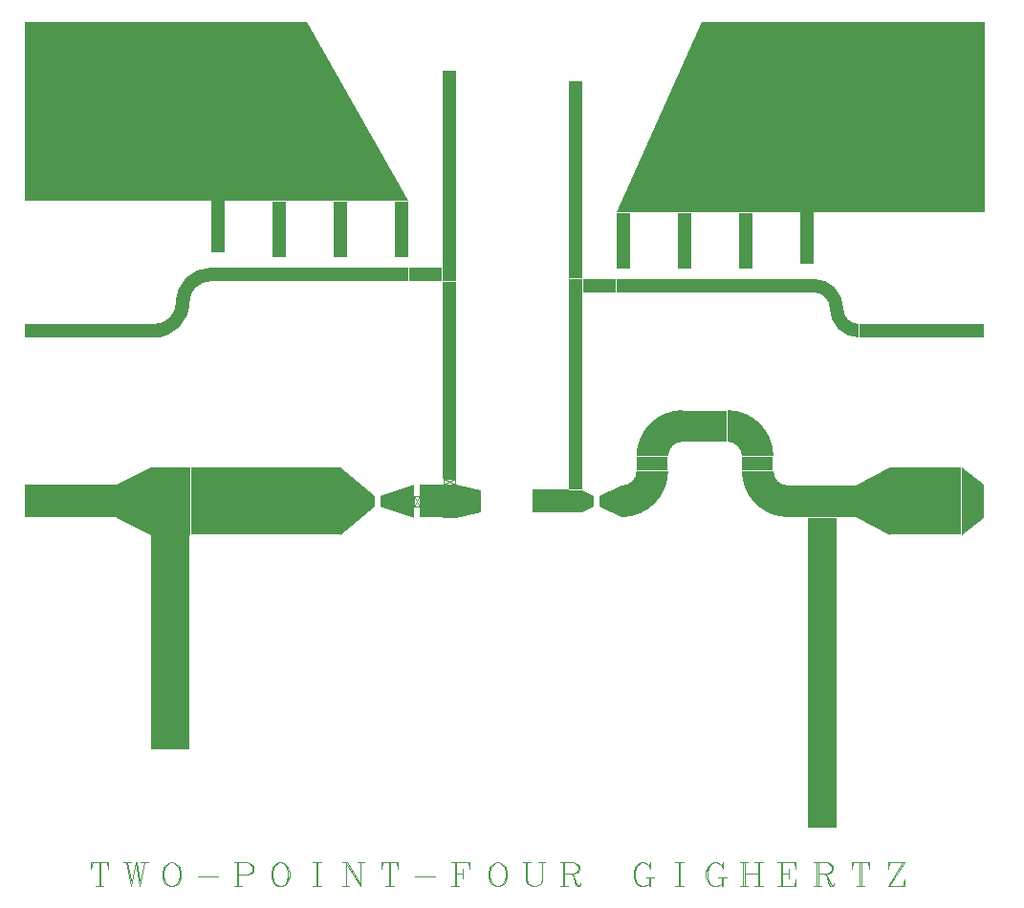
<source format=gbr>
G04 ===== Begin FILE IDENTIFICATION =====*
G04 File Format:  Gerber RS274X*
G04 ===== End FILE IDENTIFICATION =====*
%FSLAX24Y24*%
%MOIN*%
%SFA1.0000B1.0000*%
%OFA0.0B0.0*%
%ADD14R,0.078740X0.118110*%
%ADD15C,0.000984*%
%ADD16R,0.047244X0.196850*%
%ADD17R,0.166665X0.047244*%
%ADD18R,0.118110X0.047244*%
%ADD19R,0.047244X0.688976*%
%ADD20R,0.452756X0.047244*%
%ADD21R,0.524724X0.236220*%
%ADD22R,0.137795X0.746969*%
%ADD23R,0.320866X0.118110*%
%ADD24R,0.437008X0.047244*%
%ADD25R,0.250000X0.236220*%
%ADD26R,0.100787X1.084157*%
%ADD27R,0.127953X0.078740*%
%ADD28R,0.110315X0.051181*%
%ADD29R,0.155512X0.110315*%
%LNcond*%
%IPPOS*%
%LPD*%
G75*
D14*
X14173Y16732D03*
G36*
G01X14567Y16142D02*
G01Y17323D01*
G01X15039D01*
G01Y16142D01*
G01X14567D01*
G37*
D15*
G01X15000Y17520D02*
G01X14606Y17323D01*
G01Y17520D02*
G01X15000Y17323D01*
G01X14606Y17520D02*
G01Y17323D01*
G01X15000D01*
G01Y17520D01*
G01X14606D01*
D16*
X6732Y26378D03*
G36*
G01X6969Y24409D02*
G01Y24882D01*
G01X6496D01*
G01Y24409D01*
G01X6969D01*
G37*
D17*
X7802Y24646D03*
G36*
G01X9108Y24409D02*
G01Y24882D01*
G01X8635D01*
G01Y24409D01*
G01X9108D01*
G37*
D17*
X9941Y24646D03*
G36*
G01X11247Y24409D02*
G01Y24882D01*
G01X10774D01*
G01Y24409D01*
G01X11247D01*
G37*
D17*
X12080Y24646D03*
G36*
G01X13386Y24409D02*
G01Y24882D01*
G01X12913D01*
G01Y24409D01*
G01X13386D01*
G37*
D18*
X13976Y24646D03*
G36*
G01X15039Y24882D02*
G01X14567D01*
G01Y24409D01*
G01X15039D01*
G01Y24882D01*
G37*
D19*
X14803Y28327D03*
Y20965D03*
D16*
X13150Y26220D03*
D20*
X2264Y22677D03*
D16*
X11011Y26220D03*
X8871D03*
G36*
G01X6496Y24409D02*
G01Y24882D01*
G03X5276Y23661I0J-1220D01*
G01X5748D01*
G02X6496Y24409I748J0D01*
G01X6496Y24409D01*
G37*
G36*
G01X4528Y22913D02*
G01Y22441D01*
G03X5748Y23661I0J1220D01*
G01X5276D01*
G02X4528Y22913I-748J0D01*
G01X4528Y22913D01*
G37*
G36*
G01X15039Y17323D02*
G01Y16142D01*
G01X15925Y16339D01*
G01Y17126D01*
G01X15039Y17323D01*
G37*
G36*
G01X13583Y16142D02*
G01Y17323D01*
G01X12402Y16929D01*
G01Y16535D01*
G01X13583Y16142D01*
G37*
D21*
X8400Y16732D03*
G36*
G01X4398Y17913D02*
G01Y15551D01*
G01X5776D01*
G01Y17913D01*
G01X4398D01*
G37*
D22*
X5087Y11816D03*
D15*
G01X13583Y16929D02*
G01X13780Y16535D01*
G01X13583D02*
G01X13780Y16929D01*
G01X13583Y16535D02*
G01X13780D01*
G01Y16929D01*
G01X13583D01*
G01Y16535D01*
D23*
X1613Y16732D03*
G36*
G01X30163Y15551D02*
G01Y17913D01*
G01X28981Y17284D01*
G01Y16181D01*
G01X30163Y15551D01*
G37*
G36*
G01X11024Y17913D02*
G01Y15551D01*
G01X12205Y16535D01*
G01Y16929D01*
G01X11024Y17913D01*
G37*
G36*
G01X20827Y16181D02*
G01Y17284D01*
G01X20039Y16929D01*
G01Y16535D01*
G01X20827Y16181D01*
G37*
G36*
G01X4398Y15551D02*
G01Y17913D01*
G01X3217Y17323D01*
G01Y16142D01*
G01X4398Y15551D01*
G37*
D16*
X27283Y25984D03*
G36*
G01X27520Y24016D02*
G01Y24488D01*
G01X27047D01*
G01Y24016D01*
G01X27520D01*
G37*
D17*
X26214Y24252D03*
G36*
G01X25381Y24016D02*
G01Y24488D01*
G01X24908D01*
G01Y24016D01*
G01X25381D01*
G37*
D17*
X24075Y24252D03*
G36*
G01X23241Y24016D02*
G01Y24488D01*
G01X22769D01*
G01Y24016D01*
G01X23241D01*
G37*
D17*
X21936Y24252D03*
G36*
G01X21102Y24016D02*
G01Y24488D01*
G01X20630D01*
G01Y24016D01*
G01X21102D01*
G37*
D18*
X20039Y24252D03*
G36*
G01X18976Y24016D02*
G01X19449D01*
G01Y24488D01*
G01X18976D01*
G01Y24016D01*
G37*
D19*
X19213Y27933D03*
Y20571D03*
D16*
X20866Y25827D03*
D24*
X31279Y22677D03*
D16*
X23005Y25827D03*
X25144D03*
G36*
G01X28071Y23465D02*
G01X28543D01*
G03X27520Y24488I-1024J0D01*
G01Y24016D01*
G02X28071Y23465I0J-551D01*
G01X28071Y23465D01*
G37*
G36*
G01X28543Y23465D02*
G01X28071D01*
G03X29094Y22441I1024J0D01*
G01Y22913D01*
G02X28543Y23465I0J551D01*
G01X28543Y23465D01*
G37*
G36*
G01X19449Y16339D02*
G01Y17126D01*
G01X18976D01*
G01Y16339D01*
G01X19449D01*
G37*
D25*
X31413Y16732D03*
G36*
G01X26619Y17284D02*
G01Y16181D01*
G01X28981D01*
G01Y17284D01*
G01X26619D01*
G37*
D26*
X27800Y10760D03*
D27*
X18337Y16732D03*
G36*
G01X19449Y17126D02*
G01Y16339D01*
G01X19843Y16535D01*
G01Y16929D01*
G01X19449Y17126D01*
G37*
G36*
G01X20827Y17284D02*
G01Y16181D01*
G03X22438Y17792I0J1611D01*
G01X21335D01*
G02X20827Y17284I-508J0D01*
G01X20827Y17284D01*
G37*
D28*
X21886Y18048D03*
G36*
G01X22945Y18811D02*
G01Y19914D01*
G03X21335Y18303I0J-1611D01*
G01X22438D01*
G02X22945Y18811I508J0D01*
G01X22945Y18811D01*
G37*
D29*
X23723Y19363D03*
G36*
G01X25008Y18303D02*
G01X26111D01*
G03X24501Y19914I-1611J0D01*
G01Y18811D01*
G02X25008Y18303I0J-508D01*
G01X25008Y18303D01*
G37*
D28*
X25560Y18048D03*
G36*
G01X26111Y17792D02*
G01X25008D01*
G03X26619Y16181I1611J0D01*
G01Y17284D01*
G02X26111Y17792I0J508D01*
G01X26111Y17792D01*
G37*
G36*
G01X32663Y17913D02*
G01Y15551D01*
G01X33450Y16142D01*
G01Y17323D01*
G01X32663Y17913D01*
G37*
D15*
G01X2600Y4137D02*
G01Y3308D01*
G01X2640Y4137D02*
G01Y3308D01*
G01X2363Y4137D02*
G01X2324Y3900D01*
G01Y4137D01*
G01X2916D01*
G01Y3900D01*
G01X2876Y4137D01*
G01X2482Y3308D02*
G01X2758D01*
G01X3547Y4137D02*
G01X3705Y3308D01*
G01X3587Y4137D02*
G01X3705Y3505D01*
G01X3863Y4137D02*
G01X3705Y3308D01*
G01X3863Y4137D02*
G01X4021Y3308D01*
G01X3903Y4137D02*
G01X4021Y3505D01*
G01X4179Y4137D02*
G01X4021Y3308D01*
G01X3429Y4137D02*
G01X3705D01*
G01X4061D02*
G01X4297D01*
G01X5087D02*
G01X4968Y4097D01*
G01X4890Y4019D01*
G01X4850Y3940D01*
G01X4811Y3782D01*
G01Y3663D01*
G01X4850Y3505D01*
G01X4890Y3426D01*
G01X4968Y3347D01*
G01X5087Y3308D01*
G01X5166D01*
G01X5284Y3347D01*
G01X5363Y3426D01*
G01X5403Y3505D01*
G01X5442Y3663D01*
G01Y3782D01*
G01X5403Y3940D01*
G01X5363Y4019D01*
G01X5284Y4097D01*
G01X5166Y4137D01*
G01X5087D01*

G01X5008Y4097D01*
G01X4929Y4019D01*
G01X4890Y3940D01*
G01X4850Y3782D01*
G01Y3663D01*
G01X4890Y3505D01*
G01X4929Y3426D01*
G01X5008Y3347D01*
G01X5087Y3308D01*
G01X5166D02*
G01X5245Y3347D01*
G01X5324Y3426D01*
G01X5363Y3505D01*
G01X5403Y3663D01*
G01Y3782D01*
G01X5363Y3940D01*
G01X5324Y4019D01*
G01X5245Y4097D01*
G01X5166Y4137D01*
G01X6034Y3663D02*
G01X6745D01*
G01X7416Y4137D02*
G01Y3308D01*
G01X7455Y4137D02*
G01Y3308D01*
G01X7297Y4137D02*
G01X7771D01*
G01X7889Y4097D01*
G01X7929Y4058D01*
G01X7968Y3979D01*
G01Y3861D01*
G01X7929Y3782D01*
G01X7889Y3742D01*
G01X7771Y3703D01*
G01X7455D01*
G01X7771Y4137D02*
G01X7850Y4097D01*
G01X7889Y4058D01*
G01X7929Y3979D01*
G01Y3861D01*
G01X7889Y3782D01*
G01X7850Y3742D01*
G01X7771Y3703D01*
G01X7297Y3308D02*
G01X7574D01*
G01X8876Y4137D02*
G01X8758Y4097D01*
G01X8679Y4019D01*
G01X8639Y3940D01*
G01X8600Y3782D01*
G01Y3663D01*
G01X8639Y3505D01*
G01X8679Y3426D01*
G01X8758Y3347D01*
G01X8876Y3308D01*
G01X8955D01*
G01X9074Y3347D01*
G01X9153Y3426D01*
G01X9192Y3505D01*
G01X9232Y3663D01*
G01Y3782D01*
G01X9192Y3940D01*
G01X9153Y4019D01*
G01X9074Y4097D01*
G01X8955Y4137D01*
G01X8876D01*

G01X8797Y4097D01*
G01X8718Y4019D01*
G01X8679Y3940D01*
G01X8639Y3782D01*
G01Y3663D01*
G01X8679Y3505D01*
G01X8718Y3426D01*
G01X8797Y3347D01*
G01X8876Y3308D01*
G01X8955D02*
G01X9034Y3347D01*
G01X9113Y3426D01*
G01X9153Y3505D01*
G01X9192Y3663D01*
G01Y3782D01*
G01X9153Y3940D01*
G01X9113Y4019D01*
G01X9034Y4097D01*
G01X8955Y4137D01*
G01X10179D02*
G01Y3308D01*
G01X10218Y4137D02*
G01Y3308D01*
G01X10061Y4137D02*
G01X10337D01*
G01X10061Y3308D02*
G01X10337D01*
G01X11205Y4137D02*
G01Y3308D01*
G01X11245Y4137D02*
G01X11718Y3387D01*
G01X11245Y4058D02*
G01X11718Y3308D01*
G01Y4137D02*
G01Y3308D01*
G01X11087Y4137D02*
G01X11245D01*
G01X11600D02*
G01X11837D01*
G01X11087Y3308D02*
G01X11324D01*
G01X12705Y4137D02*
G01Y3308D01*
G01X12745Y4137D02*
G01Y3308D01*
G01X12468Y4137D02*
G01X12429Y3900D01*
G01Y4137D01*
G01X13021D01*
G01Y3900D01*
G01X12982Y4137D01*
G01X12587Y3308D02*
G01X12863D01*
G01X13613Y3663D02*
G01X14324D01*
G01X14995Y4137D02*
G01Y3308D01*
G01X15034Y4137D02*
G01Y3308D01*
G01X15271Y3900D02*
G01Y3584D01*
G01X14876Y4137D02*
G01X15508D01*
G01Y3900D01*
G01X15468Y4137D01*
G01X15034Y3742D02*
G01X15271D01*
G01X14876Y3308D02*
G01X15153D01*
G01X16455Y4137D02*
G01X16337Y4097D01*
G01X16258Y4019D01*
G01X16218Y3940D01*
G01X16179Y3782D01*
G01Y3663D01*
G01X16218Y3505D01*
G01X16258Y3426D01*
G01X16337Y3347D01*
G01X16455Y3308D01*
G01X16534D01*
G01X16653Y3347D01*
G01X16732Y3426D01*
G01X16771Y3505D01*
G01X16811Y3663D01*
G01Y3782D01*
G01X16771Y3940D01*
G01X16732Y4019D01*
G01X16653Y4097D01*
G01X16534Y4137D01*
G01X16455D01*

G01X16376Y4097D01*
G01X16297Y4019D01*
G01X16258Y3940D01*
G01X16218Y3782D01*
G01Y3663D01*
G01X16258Y3505D01*
G01X16297Y3426D01*
G01X16376Y3347D01*
G01X16455Y3308D01*
G01X16534D02*
G01X16613Y3347D01*
G01X16692Y3426D01*
G01X16732Y3505D01*
G01X16771Y3663D01*
G01Y3782D01*
G01X16732Y3940D01*
G01X16692Y4019D01*
G01X16613Y4097D01*
G01X16534Y4137D01*
G01X17482D02*
G01Y3545D01*
G01X17521Y3426D01*
G01X17600Y3347D01*
G01X17718Y3308D01*
G01X17797D01*
G01X17916Y3347D01*
G01X17995Y3426D01*
G01X18034Y3545D01*
G01Y4137D01*
G01X17521D02*
G01Y3545D01*
G01X17560Y3426D01*
G01X17639Y3347D01*
G01X17718Y3308D01*
G01X17363Y4137D02*
G01X17639D01*
G01X17916D02*
G01X18153D01*
G01X18784D02*
G01Y3308D01*
G01X18824Y4137D02*
G01Y3308D01*
G01X18666Y4137D02*
G01X19139D01*
G01X19258Y4097D01*
G01X19297Y4058D01*
G01X19337Y3979D01*
G01Y3900D01*
G01X19297Y3821D01*
G01X19258Y3782D01*
G01X19139Y3742D01*
G01X18824D01*
G01X19139Y4137D02*
G01X19218Y4097D01*
G01X19258Y4058D01*
G01X19297Y3979D01*
G01Y3900D01*
G01X19258Y3821D01*
G01X19218Y3782D01*
G01X19139Y3742D01*
G01X18666Y3308D02*
G01X18942D01*
G01X19021Y3742D02*
G01X19100Y3703D01*
G01X19139Y3663D01*
G01X19258Y3387D01*
G01X19297Y3347D01*
G01X19337D01*
G01X19376Y3387D01*
G01X19100Y3703D02*
G01X19139Y3624D01*
G01X19218Y3347D01*
G01X19258Y3308D01*
G01X19337D01*
G01X19376Y3387D01*
G01Y3426D01*
G01X21784Y4019D02*
G01X21824Y3900D01*
G01Y4137D01*
G01X21784Y4019D01*
G01X21705Y4097D01*
G01X21587Y4137D01*
G01X21508D01*
G01X21389Y4097D01*
G01X21310Y4019D01*
G01X21271Y3940D01*
G01X21232Y3821D01*
G01Y3624D01*
G01X21271Y3505D01*
G01X21310Y3426D01*
G01X21389Y3347D01*
G01X21508Y3308D01*
G01X21587D01*
G01X21705Y3347D01*
G01X21784Y3426D01*
G01X21508Y4137D02*
G01X21429Y4097D01*
G01X21350Y4019D01*
G01X21310Y3940D01*
G01X21271Y3821D01*
G01Y3624D01*
G01X21310Y3505D01*
G01X21350Y3426D01*
G01X21429Y3347D01*
G01X21508Y3308D01*
G01X21784Y3624D02*
G01Y3308D01*
G01X21824Y3624D02*
G01Y3308D01*
G01X21666Y3624D02*
G01X21942D01*
G01X22810Y4137D02*
G01Y3308D01*
G01X22850Y4137D02*
G01Y3308D01*
G01X22692Y4137D02*
G01X22968D01*
G01X22692Y3308D02*
G01X22968D01*
G01X24310Y4019D02*
G01X24350Y3900D01*
G01Y4137D01*
G01X24310Y4019D01*
G01X24231Y4097D01*
G01X24113Y4137D01*
G01X24034D01*
G01X23916Y4097D01*
G01X23837Y4019D01*
G01X23797Y3940D01*
G01X23758Y3821D01*
G01Y3624D01*
G01X23797Y3505D01*
G01X23837Y3426D01*
G01X23916Y3347D01*
G01X24034Y3308D01*
G01X24113D01*
G01X24231Y3347D01*
G01X24310Y3426D01*
G01X24034Y4137D02*
G01X23955Y4097D01*
G01X23876Y4019D01*
G01X23837Y3940D01*
G01X23797Y3821D01*
G01Y3624D01*
G01X23837Y3505D01*
G01X23876Y3426D01*
G01X23955Y3347D01*
G01X24034Y3308D01*
G01X24310Y3624D02*
G01Y3308D01*
G01X24350Y3624D02*
G01Y3308D01*
G01X24192Y3624D02*
G01X24468D01*
G01X25060Y4137D02*
G01Y3308D01*
G01X25100Y4137D02*
G01Y3308D01*
G01X25574Y4137D02*
G01Y3308D01*
G01X25613Y4137D02*
G01Y3308D01*
G01X24942Y4137D02*
G01X25218D01*
G01X25455D02*
G01X25731D01*
G01X25100Y3742D02*
G01X25574D01*
G01X24942Y3308D02*
G01X25218D01*
G01X25455D02*
G01X25731D01*
G01X26363Y4137D02*
G01Y3308D01*
G01X26403Y4137D02*
G01Y3308D01*
G01X26639Y3900D02*
G01Y3584D01*
G01X26245Y4137D02*
G01X26876D01*
G01Y3900D01*
G01X26837Y4137D01*
G01X26403Y3742D02*
G01X26639D01*
G01X26245Y3308D02*
G01X26876D01*
G01Y3545D01*
G01X26837Y3308D01*
G01X27626Y4137D02*
G01Y3308D01*
G01X27666Y4137D02*
G01Y3308D01*
G01X27508Y4137D02*
G01X27981D01*
G01X28100Y4097D01*
G01X28139Y4058D01*
G01X28179Y3979D01*
G01Y3900D01*
G01X28139Y3821D01*
G01X28100Y3782D01*
G01X27981Y3742D01*
G01X27666D01*
G01X27981Y4137D02*
G01X28060Y4097D01*
G01X28100Y4058D01*
G01X28139Y3979D01*
G01Y3900D01*
G01X28100Y3821D01*
G01X28060Y3782D01*
G01X27981Y3742D01*
G01X27508Y3308D02*
G01X27784D01*
G01X27863Y3742D02*
G01X27942Y3703D01*
G01X27981Y3663D01*
G01X28100Y3387D01*
G01X28139Y3347D01*
G01X28179D01*
G01X28218Y3387D01*
G01X27942Y3703D02*
G01X27981Y3624D01*
G01X28060Y3347D01*
G01X28100Y3308D01*
G01X28179D01*
G01X28218Y3387D01*
G01Y3426D01*
G01X29126Y4137D02*
G01Y3308D01*
G01X29166Y4137D02*
G01Y3308D01*
G01X28889Y4137D02*
G01X28850Y3900D01*
G01Y4137D01*
G01X29442D01*
G01Y3900D01*
G01X29403Y4137D01*
G01X29008Y3308D02*
G01X29284D01*
G01X30626Y4137D02*
G01X30113Y3308D01*
G01X30666Y4137D02*
G01X30153Y3308D01*
G01Y4137D02*
G01X30113Y3900D01*
G01Y4137D01*
G01X30666D01*
G01X30113Y3308D02*
G01X30666D01*
G01Y3545D01*
G01X30626Y3308D01*
G36*
G01X33465Y33465D02*
G01X23622D01*
G01X20630Y26811D01*
G01X33465D01*
G01Y33465D01*
G37*
G36*
G01X9843Y33465D02*
G01X13386Y27205D01*
G01X0D01*
G01Y33465D01*
G01X9843D01*
G37*
M02*


</source>
